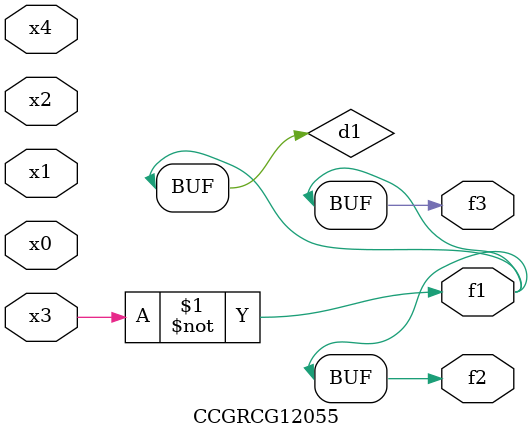
<source format=v>
module CCGRCG12055(
	input x0, x1, x2, x3, x4,
	output f1, f2, f3
);

	wire d1, d2;

	xnor (d1, x3);
	not (d2, x1);
	assign f1 = d1;
	assign f2 = d1;
	assign f3 = d1;
endmodule

</source>
